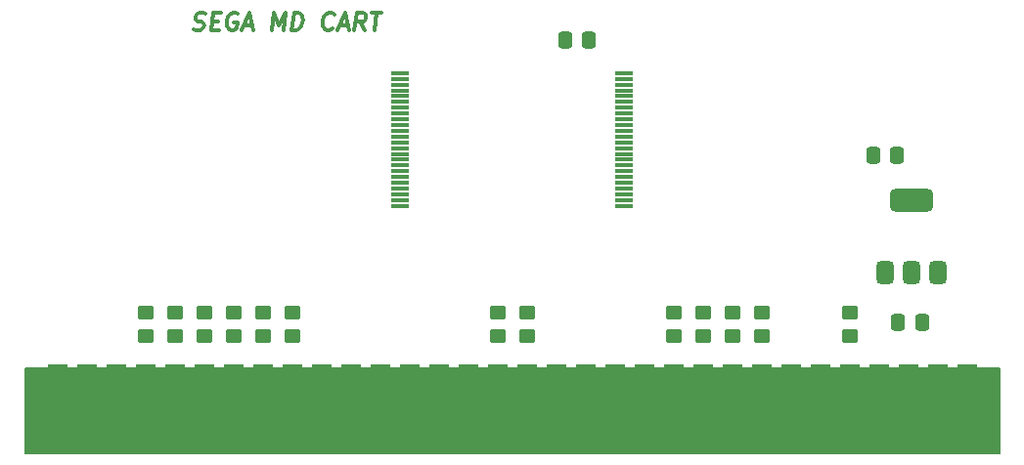
<source format=gbr>
G04 #@! TF.GenerationSoftware,KiCad,Pcbnew,9.0.6*
G04 #@! TF.CreationDate,2025-12-11T13:31:27+05:00*
G04 #@! TF.ProjectId,SEGA-Simple-Cart,53454741-2d53-4696-9d70-6c652d436172,rev?*
G04 #@! TF.SameCoordinates,Original*
G04 #@! TF.FileFunction,Soldermask,Top*
G04 #@! TF.FilePolarity,Negative*
%FSLAX46Y46*%
G04 Gerber Fmt 4.6, Leading zero omitted, Abs format (unit mm)*
G04 Created by KiCad (PCBNEW 9.0.6) date 2025-12-11 13:31:27*
%MOMM*%
%LPD*%
G01*
G04 APERTURE LIST*
G04 Aperture macros list*
%AMRoundRect*
0 Rectangle with rounded corners*
0 $1 Rounding radius*
0 $2 $3 $4 $5 $6 $7 $8 $9 X,Y pos of 4 corners*
0 Add a 4 corners polygon primitive as box body*
4,1,4,$2,$3,$4,$5,$6,$7,$8,$9,$2,$3,0*
0 Add four circle primitives for the rounded corners*
1,1,$1+$1,$2,$3*
1,1,$1+$1,$4,$5*
1,1,$1+$1,$6,$7*
1,1,$1+$1,$8,$9*
0 Add four rect primitives between the rounded corners*
20,1,$1+$1,$2,$3,$4,$5,0*
20,1,$1+$1,$4,$5,$6,$7,0*
20,1,$1+$1,$6,$7,$8,$9,0*
20,1,$1+$1,$8,$9,$2,$3,0*%
G04 Aperture macros list end*
%ADD10C,0.150000*%
%ADD11C,0.300000*%
%ADD12RoundRect,0.250000X-0.450000X0.350000X-0.450000X-0.350000X0.450000X-0.350000X0.450000X0.350000X0*%
%ADD13RoundRect,0.250000X-0.337500X-0.475000X0.337500X-0.475000X0.337500X0.475000X-0.337500X0.475000X0*%
%ADD14R,1.780000X6.858000*%
%ADD15RoundRect,0.075000X-0.712500X-0.075000X0.712500X-0.075000X0.712500X0.075000X-0.712500X0.075000X0*%
%ADD16RoundRect,0.250000X0.337500X0.475000X-0.337500X0.475000X-0.337500X-0.475000X0.337500X-0.475000X0*%
%ADD17RoundRect,0.375000X0.375000X-0.625000X0.375000X0.625000X-0.375000X0.625000X-0.375000X-0.625000X0*%
%ADD18RoundRect,0.500000X1.400000X-0.500000X1.400000X0.500000X-1.400000X0.500000X-1.400000X-0.500000X0*%
G04 APERTURE END LIST*
D10*
X32766000Y-83312000D02*
X117094000Y-83312000D01*
X117094000Y-90678000D01*
X32766000Y-90678000D01*
X32766000Y-83312000D01*
G36*
X32766000Y-83312000D02*
G01*
X117094000Y-83312000D01*
X117094000Y-90678000D01*
X32766000Y-90678000D01*
X32766000Y-83312000D01*
G37*
D11*
X47346082Y-53958400D02*
X47551439Y-54029828D01*
X47551439Y-54029828D02*
X47908582Y-54029828D01*
X47908582Y-54029828D02*
X48060368Y-53958400D01*
X48060368Y-53958400D02*
X48140725Y-53886971D01*
X48140725Y-53886971D02*
X48230010Y-53744114D01*
X48230010Y-53744114D02*
X48247868Y-53601257D01*
X48247868Y-53601257D02*
X48194296Y-53458400D01*
X48194296Y-53458400D02*
X48131796Y-53386971D01*
X48131796Y-53386971D02*
X47997868Y-53315542D01*
X47997868Y-53315542D02*
X47721082Y-53244114D01*
X47721082Y-53244114D02*
X47587153Y-53172685D01*
X47587153Y-53172685D02*
X47524653Y-53101257D01*
X47524653Y-53101257D02*
X47471082Y-52958400D01*
X47471082Y-52958400D02*
X47488939Y-52815542D01*
X47488939Y-52815542D02*
X47578225Y-52672685D01*
X47578225Y-52672685D02*
X47658582Y-52601257D01*
X47658582Y-52601257D02*
X47810368Y-52529828D01*
X47810368Y-52529828D02*
X48167510Y-52529828D01*
X48167510Y-52529828D02*
X48372868Y-52601257D01*
X48935367Y-53244114D02*
X49435367Y-53244114D01*
X49551439Y-54029828D02*
X48837153Y-54029828D01*
X48837153Y-54029828D02*
X49024653Y-52529828D01*
X49024653Y-52529828D02*
X49738939Y-52529828D01*
X51158582Y-52601257D02*
X51024653Y-52529828D01*
X51024653Y-52529828D02*
X50810367Y-52529828D01*
X50810367Y-52529828D02*
X50587153Y-52601257D01*
X50587153Y-52601257D02*
X50426439Y-52744114D01*
X50426439Y-52744114D02*
X50337153Y-52886971D01*
X50337153Y-52886971D02*
X50230010Y-53172685D01*
X50230010Y-53172685D02*
X50203224Y-53386971D01*
X50203224Y-53386971D02*
X50238939Y-53672685D01*
X50238939Y-53672685D02*
X50292510Y-53815542D01*
X50292510Y-53815542D02*
X50417510Y-53958400D01*
X50417510Y-53958400D02*
X50622867Y-54029828D01*
X50622867Y-54029828D02*
X50765724Y-54029828D01*
X50765724Y-54029828D02*
X50988939Y-53958400D01*
X50988939Y-53958400D02*
X51069296Y-53886971D01*
X51069296Y-53886971D02*
X51131796Y-53386971D01*
X51131796Y-53386971D02*
X50846082Y-53386971D01*
X51676439Y-53601257D02*
X52390724Y-53601257D01*
X51480010Y-54029828D02*
X52167510Y-52529828D01*
X52167510Y-52529828D02*
X52480010Y-54029828D01*
X54122867Y-54029828D02*
X54310367Y-52529828D01*
X54310367Y-52529828D02*
X54676438Y-53601257D01*
X54676438Y-53601257D02*
X55310367Y-52529828D01*
X55310367Y-52529828D02*
X55122867Y-54029828D01*
X55837153Y-54029828D02*
X56024653Y-52529828D01*
X56024653Y-52529828D02*
X56381796Y-52529828D01*
X56381796Y-52529828D02*
X56587153Y-52601257D01*
X56587153Y-52601257D02*
X56712153Y-52744114D01*
X56712153Y-52744114D02*
X56765724Y-52886971D01*
X56765724Y-52886971D02*
X56801439Y-53172685D01*
X56801439Y-53172685D02*
X56774653Y-53386971D01*
X56774653Y-53386971D02*
X56667510Y-53672685D01*
X56667510Y-53672685D02*
X56578224Y-53815542D01*
X56578224Y-53815542D02*
X56417510Y-53958400D01*
X56417510Y-53958400D02*
X56194296Y-54029828D01*
X56194296Y-54029828D02*
X55837153Y-54029828D01*
X59355010Y-53886971D02*
X59274653Y-53958400D01*
X59274653Y-53958400D02*
X59051438Y-54029828D01*
X59051438Y-54029828D02*
X58908581Y-54029828D01*
X58908581Y-54029828D02*
X58703224Y-53958400D01*
X58703224Y-53958400D02*
X58578224Y-53815542D01*
X58578224Y-53815542D02*
X58524653Y-53672685D01*
X58524653Y-53672685D02*
X58488938Y-53386971D01*
X58488938Y-53386971D02*
X58515724Y-53172685D01*
X58515724Y-53172685D02*
X58622867Y-52886971D01*
X58622867Y-52886971D02*
X58712153Y-52744114D01*
X58712153Y-52744114D02*
X58872867Y-52601257D01*
X58872867Y-52601257D02*
X59096081Y-52529828D01*
X59096081Y-52529828D02*
X59238938Y-52529828D01*
X59238938Y-52529828D02*
X59444296Y-52601257D01*
X59444296Y-52601257D02*
X59506796Y-52672685D01*
X59962153Y-53601257D02*
X60676438Y-53601257D01*
X59765724Y-54029828D02*
X60453224Y-52529828D01*
X60453224Y-52529828D02*
X60765724Y-54029828D01*
X62122867Y-54029828D02*
X61712152Y-53315542D01*
X61265724Y-54029828D02*
X61453224Y-52529828D01*
X61453224Y-52529828D02*
X62024652Y-52529828D01*
X62024652Y-52529828D02*
X62158581Y-52601257D01*
X62158581Y-52601257D02*
X62221081Y-52672685D01*
X62221081Y-52672685D02*
X62274652Y-52815542D01*
X62274652Y-52815542D02*
X62247867Y-53029828D01*
X62247867Y-53029828D02*
X62158581Y-53172685D01*
X62158581Y-53172685D02*
X62078224Y-53244114D01*
X62078224Y-53244114D02*
X61926438Y-53315542D01*
X61926438Y-53315542D02*
X61355010Y-53315542D01*
X62738938Y-52529828D02*
X63596081Y-52529828D01*
X62980010Y-54029828D02*
X63167510Y-52529828D01*
D12*
X93980000Y-78502000D03*
X93980000Y-80502000D03*
D13*
X79480500Y-54864000D03*
X81555500Y-54864000D03*
D14*
X35560000Y-86360000D03*
X38100000Y-86360000D03*
X40640000Y-86360000D03*
X43180000Y-86360000D03*
X45720000Y-86360000D03*
X48260000Y-86360000D03*
X50800000Y-86360000D03*
X53340000Y-86360000D03*
X55880000Y-86360000D03*
X58420000Y-86360000D03*
X60960000Y-86360000D03*
X63500000Y-86360000D03*
X66040000Y-86360000D03*
X68580000Y-86360000D03*
X71120000Y-86360000D03*
X73660000Y-86360000D03*
X76200000Y-86360000D03*
X78740000Y-86360000D03*
X81280000Y-86360000D03*
X83820000Y-86360000D03*
X86360000Y-86360000D03*
X88900000Y-86360000D03*
X91440000Y-86360000D03*
X93980000Y-86360000D03*
X96520000Y-86360000D03*
X99060000Y-86360000D03*
X101600000Y-86360000D03*
X104140000Y-86360000D03*
X106680000Y-86360000D03*
X109220000Y-86360000D03*
X111760000Y-86360000D03*
X114300000Y-86360000D03*
D12*
X76200000Y-78502000D03*
X76200000Y-80502000D03*
D15*
X65242500Y-57750000D03*
X65242500Y-58250000D03*
X65242500Y-58750000D03*
X65242500Y-59250000D03*
X65242500Y-59750000D03*
X65242500Y-60250000D03*
X65242500Y-60750000D03*
X65242500Y-61250000D03*
X65242500Y-61750000D03*
X65242500Y-62250000D03*
X65242500Y-62750000D03*
X65242500Y-63250000D03*
X65242500Y-63750000D03*
X65242500Y-64250000D03*
X65242500Y-64750000D03*
X65242500Y-65250000D03*
X65242500Y-65750000D03*
X65242500Y-66250000D03*
X65242500Y-66750000D03*
X65242500Y-67250000D03*
X65242500Y-67750000D03*
X65242500Y-68250000D03*
X65242500Y-68750000D03*
X65242500Y-69250000D03*
X84617500Y-69250000D03*
X84617500Y-68750000D03*
X84617500Y-68250000D03*
X84617500Y-67750000D03*
X84617500Y-67250000D03*
X84617500Y-66750000D03*
X84617500Y-66250000D03*
X84617500Y-65750000D03*
X84617500Y-65250000D03*
X84617500Y-64750000D03*
X84617500Y-64250000D03*
X84617500Y-63750000D03*
X84617500Y-63250000D03*
X84617500Y-62750000D03*
X84617500Y-62250000D03*
X84617500Y-61750000D03*
X84617500Y-61250000D03*
X84617500Y-60750000D03*
X84617500Y-60250000D03*
X84617500Y-59750000D03*
X84617500Y-59250000D03*
X84617500Y-58750000D03*
X84617500Y-58250000D03*
X84617500Y-57750000D03*
D12*
X45720000Y-78502000D03*
X45720000Y-80502000D03*
X50800000Y-78502000D03*
X50800000Y-80502000D03*
X55880000Y-78502000D03*
X55880000Y-80502000D03*
X88900000Y-78502000D03*
X88900000Y-80502000D03*
X91440000Y-78502000D03*
X91440000Y-80502000D03*
X48260000Y-78502000D03*
X48260000Y-80502000D03*
X104140000Y-78502000D03*
X104140000Y-80502000D03*
D16*
X108225500Y-64897000D03*
X106150500Y-64897000D03*
D12*
X43180000Y-78502000D03*
X43180000Y-80502000D03*
X53340000Y-78502000D03*
X53340000Y-80502000D03*
X73660000Y-78502000D03*
X73660000Y-80502000D03*
D16*
X110384500Y-79375000D03*
X108309500Y-79375000D03*
D12*
X96520000Y-78502000D03*
X96520000Y-80502000D03*
D17*
X107174000Y-75032000D03*
X109474000Y-75032000D03*
D18*
X109474000Y-68732000D03*
D17*
X111774000Y-75032000D03*
M02*

</source>
